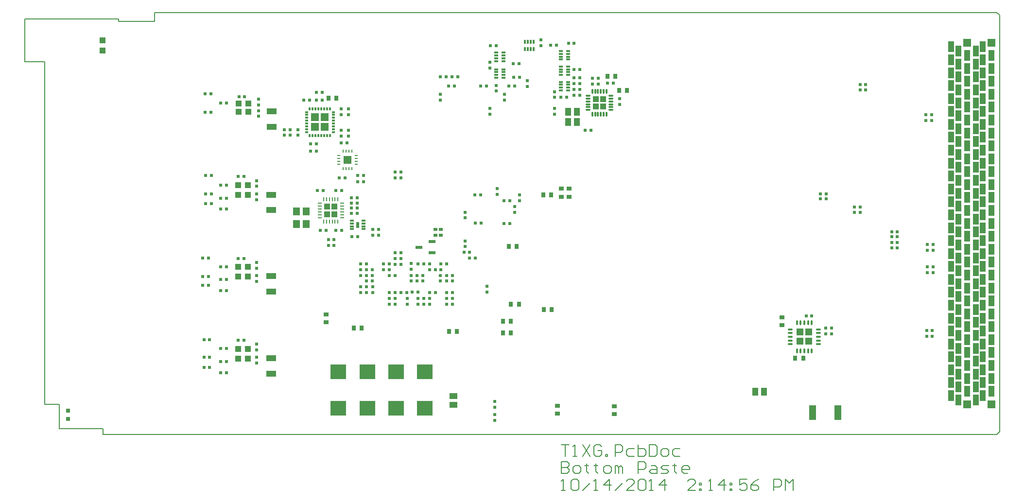
<source format=gbp>
%FSLAX44Y44*%
%MOMM*%
G71*
G01*
G75*
G04 Layer_Color=128*
%ADD10O,0.9500X0.3500*%
%ADD11O,0.3500X0.9500*%
%ADD12R,3.1500X3.1500*%
%ADD13O,0.2800X0.8500*%
%ADD14O,0.8500X0.2800*%
%ADD15R,1.7000X1.7000*%
%ADD16R,0.4000X0.7500*%
%ADD17R,0.9000X0.2000*%
%ADD18R,2.0500X2.0500*%
%ADD19R,2.0500X2.0500*%
%ADD20R,0.2000X0.9000*%
%ADD21R,0.7500X0.4000*%
%ADD22R,0.5000X1.3000*%
%ADD23R,2.0000X0.5000*%
%ADD24R,0.3500X0.9000*%
%ADD25R,1.2000X2.6000*%
%ADD26R,0.6300X0.6500*%
%ADD27R,0.9200X4.0000*%
%ADD28R,2.6700X4.0000*%
%ADD29R,0.6000X0.6000*%
%ADD30R,0.2500X0.4000*%
%ADD31O,0.6500X0.2500*%
%ADD32O,0.2500X0.6500*%
%ADD33R,0.7000X0.5000*%
%ADD34R,0.6500X0.8000*%
%ADD35R,0.8000X0.8000*%
%ADD36R,2.8500X3.3000*%
%ADD37R,3.1750X4.9530*%
%ADD38R,1.2000X1.5000*%
%ADD39R,0.9500X0.5500*%
%ADD40R,2.7940X0.7366*%
%ADD41C,0.3300*%
%ADD42R,5.2000X1.4000*%
%ADD43R,2.6000X1.1000*%
%ADD44R,1.1000X1.7000*%
%ADD45R,1.1000X1.4000*%
%ADD46R,0.6000X0.5000*%
%ADD47C,0.4500*%
%ADD48R,2.5500X2.7000*%
%ADD49R,0.6000X0.6000*%
%ADD50R,0.5000X0.6000*%
%ADD51R,1.7000X1.1000*%
%ADD52R,0.9000X0.8000*%
%ADD53R,0.8000X0.9000*%
%ADD54R,1.1000X2.6000*%
%ADD55R,1.4000X5.2000*%
%ADD56R,2.7000X2.5500*%
%ADD57R,4.9530X3.1750*%
%ADD58R,3.1500X3.1500*%
%ADD59C,0.2540*%
%ADD60C,0.1270*%
%ADD61C,0.5040*%
%ADD62C,0.5588*%
%ADD63C,0.5080*%
%ADD64C,0.2032*%
%ADD65C,0.3048*%
%ADD66C,0.1651*%
%ADD67C,0.3810*%
%ADD68C,0.1524*%
%ADD69R,0.6000X0.5000*%
%ADD70R,2.5000X0.7000*%
%ADD71R,2.3000X5.0000*%
%ADD72R,11.1000X6.2500*%
%ADD73R,2.8000X0.9000*%
%ADD74R,2.2000X2.1000*%
%ADD75R,1.2000X3.0000*%
%ADD76R,2.2000X1.8000*%
%ADD77R,5.2500X2.0000*%
%ADD78R,2.6000X2.7000*%
%ADD79R,1.6000X3.4000*%
%ADD80R,3.0000X4.3000*%
%ADD81R,1.9500X0.7500*%
%ADD82R,4.4500X1.0500*%
%ADD83R,1.0500X4.5000*%
%ADD84R,6.2000X6.0500*%
%ADD85R,1.1000X3.5000*%
%ADD86R,1.0000X1.4000*%
%ADD87R,1.6000X0.7000*%
%ADD88R,2.6500X1.5500*%
%ADD89R,2.3000X2.0500*%
%ADD90R,6.2000X5.1000*%
%ADD91R,15.8500X3.5500*%
%ADD92R,1.4000X1.3000*%
%ADD93R,1.7500X0.8000*%
%ADD94R,6.0000X4.0000*%
%ADD95R,0.6000X0.6500*%
%ADD96R,7.5500X2.8500*%
%ADD97R,1.6000X2.4500*%
%ADD98R,0.7500X1.9500*%
%ADD99R,2.5500X1.3000*%
%ADD100R,1.8500X1.5000*%
%ADD101R,2.5000X1.0000*%
%ADD102R,4.6000X1.0000*%
%ADD103R,2.4000X0.9500*%
%ADD104R,2.5000X0.7250*%
%ADD105R,1.0000X0.5000*%
%ADD106R,1.4000X0.5000*%
%ADD107R,2.3000X1.5000*%
%ADD108R,0.8500X0.8000*%
%ADD109R,0.8500X0.8000*%
%ADD110R,1.2250X0.5000*%
%ADD111R,4.0000X1.5000*%
%ADD112R,4.0000X2.0000*%
%ADD113R,1.1750X1.6750*%
%ADD114R,3.7500X1.3000*%
%ADD115R,4.3000X3.2000*%
%ADD116R,3.3000X4.1000*%
%ADD117R,4.5000X3.2000*%
%ADD118R,2.3000X1.1000*%
%ADD119R,2.1000X1.0000*%
%ADD120R,2.8000X3.4000*%
%ADD121R,2.0000X0.8000*%
%ADD122R,1.3000X3.9000*%
%ADD123R,1.9000X0.6000*%
%ADD124R,1.0000X2.7000*%
%ADD125R,2.3500X0.7000*%
%ADD126R,2.3500X1.5000*%
%ADD127R,0.8000X2.0500*%
%ADD128R,0.8000X1.9000*%
%ADD129R,1.1000X1.4500*%
%ADD130R,3.7000X2.8500*%
%ADD131R,3.3500X9.0500*%
%ADD132R,4.3500X19.5500*%
%ADD133R,2.9000X11.0000*%
%ADD134R,4.1000X4.4000*%
%ADD135R,3.0000X4.4000*%
%ADD136R,3.0000X1.9500*%
%ADD137R,0.9000X1.1000*%
%ADD138R,0.6500X0.4500*%
%ADD139R,4.8000X1.4000*%
%ADD140R,1.9500X9.7500*%
%ADD141R,1.6000X6.3000*%
%ADD142R,5.2000X3.1000*%
%ADD143R,9.3000X3.0000*%
%ADD144R,5.8000X1.6000*%
%ADD145R,0.9000X1.4000*%
%ADD146R,2.1000X3.3000*%
%ADD147R,10.7000X1.1000*%
%ADD148R,1.0000X1.2000*%
%ADD149R,10.7000X1.6000*%
%ADD150R,2.6000X6.4000*%
%ADD151R,2.0000X3.0000*%
%ADD152R,0.9000X0.9000*%
%ADD153R,4.0000X4.9000*%
%ADD154R,0.8000X3.0000*%
%ADD155R,2.3000X1.7000*%
%ADD156R,3.0000X5.4000*%
%ADD157R,0.8000X0.7000*%
%ADD158R,0.8000X0.4000*%
%ADD159R,0.8000X0.7000*%
%ADD160R,0.7000X0.4000*%
%ADD161R,2.8000X0.7000*%
%ADD162R,1.0000X0.4000*%
%ADD163R,1.6500X0.8000*%
%ADD164R,1.1500X0.5000*%
%ADD165R,1.3500X0.8000*%
%ADD166R,1.1000X0.5000*%
%ADD167R,1.5500X1.5000*%
%ADD168R,1.6000X1.5000*%
%ADD169R,0.9500X1.0500*%
%ADD170R,0.9000X0.5000*%
%ADD171R,1.5000X0.9500*%
%ADD172C,0.1500*%
%ADD173C,0.5000*%
%ADD174R,2.0000X2.0000*%
%ADD175C,0.2000*%
%ADD176C,0.1270*%
%ADD177C,0.9500*%
%ADD178C,0.6000*%
%ADD179C,0.5080*%
%ADD180C,5.0000*%
%ADD181R,4.7000X4.7000*%
%ADD182C,3.3000*%
G04:AMPARAMS|DCode=183|XSize=1mm|YSize=1mm|CornerRadius=0.25mm|HoleSize=0mm|Usage=FLASHONLY|Rotation=0.000|XOffset=0mm|YOffset=0mm|HoleType=Round|Shape=RoundedRectangle|*
%AMROUNDEDRECTD183*
21,1,1.0000,0.5000,0,0,0.0*
21,1,0.5000,1.0000,0,0,0.0*
1,1,0.5000,0.2500,-0.2500*
1,1,0.5000,-0.2500,-0.2500*
1,1,0.5000,-0.2500,0.2500*
1,1,0.5000,0.2500,0.2500*
%
%ADD183ROUNDEDRECTD183*%
%ADD184C,0.6600*%
%ADD185C,0.5588*%
%ADD186C,1.0160*%
%ADD187C,1.3970*%
%ADD188C,0.8890*%
%ADD189C,2.8000*%
%ADD190R,1.6000X0.5000*%
%ADD191R,0.5000X1.6000*%
%ADD192R,2.5000X3.3000*%
%ADD193R,10.0000X6.4000*%
%ADD194R,5.0000X3.3000*%
%ADD195R,1.4000X1.6000*%
%ADD196C,1.4580*%
%ADD197C,1.5580*%
%ADD198C,1.3580*%
%ADD199C,2.0580*%
%ADD200C,1.2080*%
%ADD201C,1.4080*%
%ADD202C,1.3480*%
%ADD203C,1.1680*%
%ADD204C,1.5240*%
%ADD205C,2.3080*%
G04:AMPARAMS|DCode=206|XSize=1.158mm|YSize=1.158mm|CornerRadius=0mm|HoleSize=0mm|Usage=FLASHONLY|Rotation=0.000|XOffset=0mm|YOffset=0mm|HoleType=Round|Shape=Relief|Width=0.254mm|Gap=0.127mm|Entries=4|*
%AMTHD206*
7,0,0,1.1580,0.9040,0.2540,45*
%
%ADD206THD206*%
%ADD207C,1.1580*%
%ADD208C,2.5080*%
%ADD209C,0.7064*%
G04:AMPARAMS|DCode=210|XSize=0.7064mm|YSize=0.7064mm|CornerRadius=0mm|HoleSize=0mm|Usage=FLASHONLY|Rotation=0.000|XOffset=0mm|YOffset=0mm|HoleType=Round|Shape=Relief|Width=0.2032mm|Gap=0.1016mm|Entries=4|*
%AMTHD210*
7,0,0,0.7064,0.5032,0.2032,45*
%
%ADD210THD210*%
G04:AMPARAMS|DCode=211|XSize=0.5588mm|YSize=0.5588mm|CornerRadius=0mm|HoleSize=0mm|Usage=FLASHONLY|Rotation=0.000|XOffset=0mm|YOffset=0mm|HoleType=Round|Shape=Relief|Width=0.2032mm|Gap=0.1016mm|Entries=4|*
%AMTHD211*
7,0,0,0.5588,0.3556,0.2032,45*
%
%ADD211THD211*%
%ADD212C,3.0080*%
%ADD213C,3.1064*%
%ADD214O,11.0064X2.0064*%
%ADD215C,2.9064*%
%ADD216C,0.8128*%
%ADD217C,0.8080*%
%ADD218R,1.6000X0.5000*%
%ADD219R,5.0000X9.7000*%
%ADD220R,5.0000X6.4000*%
%ADD221C,0.8380*%
%ADD222C,0.1778*%
%ADD223R,7.5000X9.7000*%
%ADD224R,2.5000X3.2000*%
%ADD225R,2.5000X9.7000*%
%ADD226R,7.5000X3.2000*%
%ADD227R,5.0000X6.5000*%
%ADD228R,2.5000X3.3000*%
%ADD229R,2.5000X6.4000*%
%ADD230R,10.0000X6.5000*%
%ADD231R,5.0000X3.2000*%
%ADD232R,0.7500X0.3000*%
%ADD233R,2.4500X2.4500*%
%ADD234R,1.1500X0.6000*%
%ADD235O,0.8000X0.2500*%
%ADD236O,0.2500X0.8000*%
%ADD237R,2.5500X2.5500*%
%ADD238R,0.8000X0.3000*%
%ADD239R,0.7000X1.3000*%
%ADD240R,1.0000X1.0000*%
%ADD241R,0.7000X0.7000*%
%ADD242R,1.0000X1.5000*%
%ADD243R,0.7000X0.6000*%
%ADD244R,10.0000X1.0000*%
%ADD245R,116.0000X1.0000*%
%ADD246R,3.5000X3.5000*%
%ADD247R,0.3700X0.5900*%
%ADD248R,0.5900X0.3700*%
%ADD249R,1.2000X1.4000*%
%ADD250R,1.1000X1.0000*%
%ADD251R,0.3000X0.7500*%
%ADD252R,1.4000X1.1000*%
%ADD253R,1.7000X1.7000*%
%ADD254R,3.9500X1.6500*%
%ADD255R,1.7000X1.5500*%
%ADD256R,2.3000X0.7000*%
%ADD257R,1.1000X2.5000*%
%ADD258R,2.6000X0.8000*%
%ADD259R,1.0000X0.8000*%
%ADD260R,6.2000X1.6500*%
%ADD261R,6.9500X4.5000*%
%ADD262R,1.0922X7.6454*%
%ADD263R,2.4000X3.2000*%
%ADD264R,1.4000X1.4000*%
%ADD265R,1.5000X1.7500*%
%ADD266R,18.5500X5.4500*%
%ADD267R,17.5000X4.3500*%
%ADD268R,1.4000X1.2500*%
%ADD269R,1.5000X1.5500*%
%ADD270R,2.3500X1.1500*%
%ADD271R,2.5500X2.2500*%
%ADD272R,3.3500X2.1000*%
%ADD273R,2.0000X1.4500*%
%ADD274R,2.1000X2.1000*%
%ADD275R,2.4500X1.1000*%
%ADD276R,2.4000X1.9500*%
%ADD277R,1.1000X0.6000*%
%ADD278R,0.9398X10.6426*%
%ADD279R,6.3246X1.2192*%
%ADD280R,7.1882X1.6510*%
%ADD281R,1.1000X1.0000*%
%ADD282R,0.6000X2.0000*%
%ADD283R,1.3000X0.8000*%
%ADD284R,1.8500X1.1500*%
%ADD285C,0.2500*%
%ADD286C,0.2000*%
%ADD287C,0.1016*%
%ADD288R,1.3000X1.3000*%
%ADD289R,0.7000X0.7000*%
%ADD290R,0.8200X0.8200*%
%ADD291R,0.8200X0.8200*%
%ADD292R,1.3000X1.3000*%
%ADD293R,1.4000X1.4000*%
%ADD294O,1.0516X0.4516*%
%ADD295O,0.4516X1.0516*%
%ADD296R,3.2516X3.2516*%
%ADD297O,0.3816X0.9516*%
%ADD298O,0.9516X0.3816*%
%ADD299R,1.8016X1.8016*%
%ADD300R,0.5016X0.8516*%
%ADD301R,1.0016X0.3016*%
%ADD302R,2.1516X2.1516*%
%ADD303R,2.1516X2.1516*%
%ADD304R,0.3016X1.0016*%
%ADD305R,0.8516X0.5016*%
%ADD306R,0.6016X1.4016*%
%ADD307R,2.1016X0.6016*%
%ADD308R,0.4516X1.0016*%
%ADD309R,1.3016X2.7016*%
%ADD310R,0.7316X0.7516*%
%ADD311R,1.0216X4.1016*%
%ADD312R,2.7716X4.1016*%
%ADD313R,0.7016X0.7016*%
%ADD314R,0.3516X0.5016*%
%ADD315O,0.7516X0.3516*%
%ADD316O,0.3516X0.7516*%
%ADD317R,0.8016X0.6016*%
%ADD318R,0.7516X0.9016*%
%ADD319R,0.9016X0.9016*%
%ADD320R,2.9516X3.4016*%
%ADD321R,3.2766X5.0546*%
%ADD322R,1.3016X1.6016*%
%ADD323R,1.0516X0.6516*%
%ADD324R,2.8956X0.8382*%
%ADD325C,0.4316*%
%ADD326R,5.3016X1.5016*%
%ADD327R,2.7016X1.2016*%
%ADD328R,1.2016X1.8016*%
%ADD329R,1.2016X1.5016*%
%ADD330R,0.7016X0.6016*%
%ADD331C,0.5516*%
%ADD332R,2.6516X2.8016*%
%ADD333R,0.7016X0.7016*%
%ADD334R,0.6016X0.7016*%
%ADD335R,1.8016X1.2016*%
%ADD336R,1.0016X0.9016*%
%ADD337R,0.9016X1.0016*%
%ADD338R,1.2016X2.7016*%
%ADD339R,1.5016X5.3016*%
%ADD340R,2.8016X2.6516*%
%ADD341R,5.0546X3.2766*%
%ADD342R,3.2516X3.2516*%
%ADD343C,0.6016*%
%ADD344R,2.1016X2.1016*%
%ADD345C,0.3016*%
%ADD346C,0.2286*%
%ADD347C,1.0516*%
%ADD348C,5.1016*%
%ADD349R,4.8016X4.8016*%
%ADD350C,3.4016*%
G04:AMPARAMS|DCode=351|XSize=1.1016mm|YSize=1.1016mm|CornerRadius=0.2754mm|HoleSize=0mm|Usage=FLASHONLY|Rotation=0.000|XOffset=0mm|YOffset=0mm|HoleType=Round|Shape=RoundedRectangle|*
%AMROUNDEDRECTD351*
21,1,1.1016,0.5508,0,0,0.0*
21,1,0.5508,1.1016,0,0,0.0*
1,1,0.5508,0.2754,-0.2754*
1,1,0.5508,-0.2754,-0.2754*
1,1,0.5508,-0.2754,0.2754*
1,1,0.5508,0.2754,0.2754*
%
%ADD351ROUNDEDRECTD351*%
%ADD352C,0.7616*%
%ADD353C,0.6604*%
%ADD354C,0.7016*%
%ADD355C,1.2000*%
%ADD356R,0.8516X0.4016*%
%ADD357R,2.5516X2.5516*%
%ADD358R,1.2516X0.7016*%
%ADD359O,0.9016X0.3516*%
%ADD360O,0.3516X0.9016*%
%ADD361R,2.6516X2.6516*%
%ADD362R,0.9016X0.4016*%
%ADD363R,0.8016X1.4016*%
%ADD364R,1.1016X1.1016*%
%ADD365R,0.8016X0.8016*%
%ADD366R,0.8016X0.7016*%
%ADD367R,10.1016X1.1016*%
%ADD368R,116.1016X1.1016*%
%ADD369R,3.6016X3.6016*%
%ADD370R,0.4716X0.6916*%
%ADD371R,0.6916X0.4716*%
%ADD372R,1.3016X1.5016*%
%ADD373R,1.2016X1.1016*%
%ADD374R,0.4016X0.8516*%
%ADD375R,1.5016X1.2016*%
%ADD376R,1.8016X1.8016*%
%ADD377R,1.0000X1.0000*%
%ADD378R,1.4500X1.4000*%
%ADD379R,1.0000X1.9500*%
%ADD380R,0.5000X1.1000*%
D10*
X1382250Y105000D02*
D03*
Y111500D02*
D03*
Y118000D02*
D03*
Y124500D02*
D03*
Y131000D02*
D03*
X1333750D02*
D03*
Y124500D02*
D03*
Y118000D02*
D03*
Y111500D02*
D03*
Y105000D02*
D03*
D11*
X1371000Y142250D02*
D03*
X1364500D02*
D03*
X1358000D02*
D03*
X1351500D02*
D03*
X1345000D02*
D03*
Y93750D02*
D03*
X1351500D02*
D03*
X1358000D02*
D03*
X1364500D02*
D03*
X1371000D02*
D03*
D13*
X988500Y545250D02*
D03*
X993500D02*
D03*
X998500D02*
D03*
X1003500D02*
D03*
X1008500D02*
D03*
X1013500D02*
D03*
Y505750D02*
D03*
X1008500D02*
D03*
X1003500D02*
D03*
X998500D02*
D03*
X993500D02*
D03*
X988500D02*
D03*
D14*
X981250Y513000D02*
D03*
Y518000D02*
D03*
Y523000D02*
D03*
Y528000D02*
D03*
Y533000D02*
D03*
Y538000D02*
D03*
X1020750D02*
D03*
Y533000D02*
D03*
Y528000D02*
D03*
Y523000D02*
D03*
Y518000D02*
D03*
Y513000D02*
D03*
D25*
X1372000Y-14000D02*
D03*
X1416000D02*
D03*
D29*
X324000Y509000D02*
D03*
X314000D02*
D03*
X693000Y215000D02*
D03*
X683000D02*
D03*
X693000Y225000D02*
D03*
X683000D02*
D03*
X585000D02*
D03*
X595000D02*
D03*
X585000Y235000D02*
D03*
X595000D02*
D03*
X595000Y245000D02*
D03*
X585000D02*
D03*
X310000Y255000D02*
D03*
X320000D02*
D03*
X999000Y568000D02*
D03*
X989000D02*
D03*
X989000Y558000D02*
D03*
X999000D02*
D03*
X734000Y571000D02*
D03*
X724000D02*
D03*
X845000Y315000D02*
D03*
X835000D02*
D03*
X862000Y570000D02*
D03*
X852000D02*
D03*
X785000Y316000D02*
D03*
X795000D02*
D03*
X486000Y530000D02*
D03*
X496000D02*
D03*
X325000Y399000D02*
D03*
X315000D02*
D03*
X322000Y113000D02*
D03*
X312000D02*
D03*
X324000Y541000D02*
D03*
X314000D02*
D03*
X325000Y350000D02*
D03*
X315000D02*
D03*
X320000Y208000D02*
D03*
X310000D02*
D03*
X322000Y65000D02*
D03*
X312000D02*
D03*
X351000Y382000D02*
D03*
X341000D02*
D03*
X351000Y240000D02*
D03*
X341000D02*
D03*
X655000Y195000D02*
D03*
X665000D02*
D03*
X351000Y98000D02*
D03*
X341000D02*
D03*
X745000Y175000D02*
D03*
X735000D02*
D03*
X351000Y525000D02*
D03*
X341000D02*
D03*
X735000Y185000D02*
D03*
X745000D02*
D03*
X605000Y215000D02*
D03*
X595000D02*
D03*
Y205000D02*
D03*
X585000D02*
D03*
X595000Y195000D02*
D03*
X585000D02*
D03*
X745000Y225000D02*
D03*
X735000D02*
D03*
X735000Y215000D02*
D03*
X745000D02*
D03*
X735000Y195000D02*
D03*
X745000D02*
D03*
X735000Y245000D02*
D03*
X725000D02*
D03*
X715000Y235000D02*
D03*
X725000D02*
D03*
X695000Y245000D02*
D03*
X685000D02*
D03*
X775000Y265000D02*
D03*
X765000D02*
D03*
X1395000Y123000D02*
D03*
X1405000D02*
D03*
X1395000Y133000D02*
D03*
X1405000D02*
D03*
X1015000Y560000D02*
D03*
X1025000D02*
D03*
X967000Y569000D02*
D03*
X957000D02*
D03*
X341000Y359000D02*
D03*
X351000D02*
D03*
X341000Y218000D02*
D03*
X351000D02*
D03*
X341000Y75000D02*
D03*
X351000D02*
D03*
X341000Y341000D02*
D03*
X351000D02*
D03*
X341000Y198000D02*
D03*
X351000D02*
D03*
X341000Y55000D02*
D03*
X351000D02*
D03*
X325000Y367000D02*
D03*
X315000D02*
D03*
X320000Y223000D02*
D03*
X310000D02*
D03*
X322000Y82000D02*
D03*
X312000D02*
D03*
D31*
X577250Y433500D02*
D03*
Y428500D02*
D03*
Y423500D02*
D03*
Y418500D02*
D03*
X546750D02*
D03*
Y423500D02*
D03*
Y428500D02*
D03*
Y433500D02*
D03*
D32*
X569500Y410750D02*
D03*
X564500D02*
D03*
X559500D02*
D03*
X554500D02*
D03*
Y441250D02*
D03*
X559500D02*
D03*
X564500D02*
D03*
X569500D02*
D03*
D45*
X1272500Y22500D02*
D03*
X1287500D02*
D03*
X946500Y492000D02*
D03*
X961500D02*
D03*
X946500Y510000D02*
D03*
X961500D02*
D03*
D46*
X861000Y594000D02*
D03*
X851000D02*
D03*
X804000Y555000D02*
D03*
X794000D02*
D03*
X754000Y571000D02*
D03*
X744000D02*
D03*
X947000Y629000D02*
D03*
X957000D02*
D03*
Y584000D02*
D03*
X967000D02*
D03*
X944000Y535000D02*
D03*
X934000D02*
D03*
X821000Y625000D02*
D03*
X811000D02*
D03*
X784000Y365000D02*
D03*
X794000D02*
D03*
X372000Y112000D02*
D03*
X382000D02*
D03*
X372000Y254500D02*
D03*
X382000D02*
D03*
X372000Y397000D02*
D03*
X382000D02*
D03*
X373000Y536000D02*
D03*
X383000D02*
D03*
X1455000Y557000D02*
D03*
X1465000D02*
D03*
X1455000Y548000D02*
D03*
X1465000D02*
D03*
X1570000Y505000D02*
D03*
X1580000D02*
D03*
X1570000Y495000D02*
D03*
X1580000D02*
D03*
X1386000Y367000D02*
D03*
X1396000D02*
D03*
X1386000Y358000D02*
D03*
X1396000D02*
D03*
X590000Y388000D02*
D03*
X580000D02*
D03*
X590000Y399000D02*
D03*
X580000D02*
D03*
X579000Y351000D02*
D03*
X569000D02*
D03*
X579000Y360000D02*
D03*
X569000D02*
D03*
X1445000Y344000D02*
D03*
X1455000D02*
D03*
X1445000Y335000D02*
D03*
X1455000D02*
D03*
X1510000Y301000D02*
D03*
X1520000D02*
D03*
X1510000Y292000D02*
D03*
X1520000D02*
D03*
X1510000Y282000D02*
D03*
X1520000D02*
D03*
X1510000Y273000D02*
D03*
X1520000D02*
D03*
X655000Y395000D02*
D03*
X645000D02*
D03*
X655000Y405000D02*
D03*
X645000D02*
D03*
X1572000Y279000D02*
D03*
X1582000D02*
D03*
X1572000Y269000D02*
D03*
X1582000D02*
D03*
X1572000Y230000D02*
D03*
X1582000D02*
D03*
X1572000Y240000D02*
D03*
X1582000D02*
D03*
X1571000Y129000D02*
D03*
X1581000D02*
D03*
X1571000Y119000D02*
D03*
X1581000D02*
D03*
X616000Y295000D02*
D03*
X606000D02*
D03*
X616000Y305000D02*
D03*
X606000D02*
D03*
X580000Y292000D02*
D03*
X570000D02*
D03*
X510000Y373000D02*
D03*
X520000D02*
D03*
X552000Y373000D02*
D03*
X542000D02*
D03*
X579000Y333000D02*
D03*
X569000D02*
D03*
X579000Y342000D02*
D03*
X569000D02*
D03*
X525000Y303000D02*
D03*
X515000D02*
D03*
X552000Y303000D02*
D03*
X542000D02*
D03*
X748000Y555000D02*
D03*
X738000D02*
D03*
X853000D02*
D03*
X843000D02*
D03*
X916000Y626000D02*
D03*
X926000D02*
D03*
X835000Y355000D02*
D03*
X845000D02*
D03*
X551000Y456000D02*
D03*
X561000D02*
D03*
X548000Y395000D02*
D03*
X558000D02*
D03*
X498000Y454000D02*
D03*
X508000D02*
D03*
X508000Y544000D02*
D03*
X518000D02*
D03*
X508000Y530000D02*
D03*
X518000D02*
D03*
X498000Y441000D02*
D03*
X508000D02*
D03*
X635000Y195000D02*
D03*
X645000D02*
D03*
X715000Y195000D02*
D03*
X705000D02*
D03*
X685000Y196000D02*
D03*
X675000D02*
D03*
X785000Y255000D02*
D03*
X775000D02*
D03*
X635000Y225000D02*
D03*
X645000D02*
D03*
Y244000D02*
D03*
X655000D02*
D03*
X976000Y478000D02*
D03*
X986000D02*
D03*
X1361000Y154000D02*
D03*
X1371000D02*
D03*
X967000Y539000D02*
D03*
X957000D02*
D03*
X967000Y549000D02*
D03*
X957000D02*
D03*
X967000Y559000D02*
D03*
X957000D02*
D03*
D49*
X673000Y246000D02*
D03*
Y236000D02*
D03*
X645000Y264000D02*
D03*
Y254000D02*
D03*
X655000Y264000D02*
D03*
Y254000D02*
D03*
X625000Y245000D02*
D03*
Y235000D02*
D03*
X635000Y245000D02*
D03*
Y235000D02*
D03*
X875000Y554000D02*
D03*
Y564000D02*
D03*
X853000Y345000D02*
D03*
Y335000D02*
D03*
X862000Y355000D02*
D03*
Y365000D02*
D03*
X805000Y196000D02*
D03*
Y206000D02*
D03*
X767000Y335000D02*
D03*
Y325000D02*
D03*
X823000Y366000D02*
D03*
Y376000D02*
D03*
X635000Y175000D02*
D03*
Y185000D02*
D03*
X645000Y185000D02*
D03*
Y175000D02*
D03*
X705000Y185000D02*
D03*
Y175000D02*
D03*
X695000Y175000D02*
D03*
Y185000D02*
D03*
X685000Y185000D02*
D03*
Y175000D02*
D03*
X666000Y185000D02*
D03*
Y175000D02*
D03*
X1036000Y523000D02*
D03*
Y533000D02*
D03*
X818500Y-4500D02*
D03*
Y5500D02*
D03*
Y-17500D02*
D03*
Y-27500D02*
D03*
D50*
X923000Y545000D02*
D03*
Y535000D02*
D03*
X899000Y635000D02*
D03*
Y625000D02*
D03*
X821000Y556000D02*
D03*
Y546000D02*
D03*
X605000Y225000D02*
D03*
Y235000D02*
D03*
X404000Y95000D02*
D03*
Y105000D02*
D03*
Y237500D02*
D03*
Y247500D02*
D03*
Y380000D02*
D03*
Y390000D02*
D03*
X407000Y512000D02*
D03*
Y502000D02*
D03*
X404000Y82000D02*
D03*
Y72000D02*
D03*
Y224500D02*
D03*
Y214500D02*
D03*
Y367000D02*
D03*
Y357000D02*
D03*
X407000Y522000D02*
D03*
Y532000D02*
D03*
X529000Y277000D02*
D03*
Y287000D02*
D03*
X538000Y277000D02*
D03*
Y287000D02*
D03*
X724000Y540000D02*
D03*
Y530000D02*
D03*
X810000Y516000D02*
D03*
Y506000D02*
D03*
X836000Y540000D02*
D03*
Y530000D02*
D03*
X923000Y516000D02*
D03*
Y506000D02*
D03*
X810000Y596000D02*
D03*
Y586000D02*
D03*
X452000Y479000D02*
D03*
Y469000D02*
D03*
X564000Y468000D02*
D03*
Y478000D02*
D03*
X551000Y468000D02*
D03*
Y478000D02*
D03*
X476000Y479000D02*
D03*
Y469000D02*
D03*
X551000Y505000D02*
D03*
Y515000D02*
D03*
X462000Y479000D02*
D03*
Y469000D02*
D03*
X564000Y505000D02*
D03*
Y515000D02*
D03*
X606000Y205000D02*
D03*
Y195000D02*
D03*
X724000Y225000D02*
D03*
Y215000D02*
D03*
X705000Y235000D02*
D03*
Y245000D02*
D03*
X767000Y275000D02*
D03*
Y285000D02*
D03*
X673000Y225000D02*
D03*
Y215000D02*
D03*
D51*
X430000Y510500D02*
D03*
Y483500D02*
D03*
X429000Y80500D02*
D03*
Y53500D02*
D03*
Y223500D02*
D03*
Y196500D02*
D03*
Y365500D02*
D03*
Y338500D02*
D03*
D52*
X1319000Y138000D02*
D03*
Y152000D02*
D03*
X1027000Y-17000D02*
D03*
Y-3000D02*
D03*
X928000Y-16000D02*
D03*
Y-2000D02*
D03*
X525000Y157000D02*
D03*
Y143000D02*
D03*
X948000Y376000D02*
D03*
Y362000D02*
D03*
X935000Y376000D02*
D03*
Y362000D02*
D03*
D53*
X573000Y133000D02*
D03*
X587000D02*
D03*
X1356000Y81000D02*
D03*
X1342000D02*
D03*
X543000Y534000D02*
D03*
X529000D02*
D03*
X1015000Y572000D02*
D03*
X1029000D02*
D03*
X1035000Y547000D02*
D03*
X1049000D02*
D03*
X739000Y127000D02*
D03*
X753000D02*
D03*
X918000Y165000D02*
D03*
X904000D02*
D03*
X843000Y275000D02*
D03*
X857000D02*
D03*
X833000Y145000D02*
D03*
X847000D02*
D03*
X833000Y125000D02*
D03*
X847000D02*
D03*
Y175000D02*
D03*
X861000D02*
D03*
X903000Y365000D02*
D03*
X917000D02*
D03*
D56*
X546000Y57000D02*
D03*
Y-6500D02*
D03*
X697000Y57000D02*
D03*
Y-6500D02*
D03*
X647000Y57000D02*
D03*
Y-6500D02*
D03*
X597000Y57000D02*
D03*
Y-6500D02*
D03*
D68*
X935000Y-100006D02*
Y-120000D01*
X944997D01*
X948329Y-116668D01*
Y-113336D01*
X944997Y-110003D01*
X935000D01*
X944997D01*
X948329Y-106671D01*
Y-103339D01*
X944997Y-100006D01*
X935000D01*
X958326Y-120000D02*
X964990D01*
X968323Y-116668D01*
Y-110003D01*
X964990Y-106671D01*
X958326D01*
X954994Y-110003D01*
Y-116668D01*
X958326Y-120000D01*
X978319Y-103339D02*
Y-106671D01*
X974987D01*
X981652D01*
X978319D01*
Y-116668D01*
X981652Y-120000D01*
X994981Y-103339D02*
Y-106671D01*
X991648D01*
X998313D01*
X994981D01*
Y-116668D01*
X998313Y-120000D01*
X1011642D02*
X1018307D01*
X1021639Y-116668D01*
Y-110003D01*
X1018307Y-106671D01*
X1011642D01*
X1008310Y-110003D01*
Y-116668D01*
X1011642Y-120000D01*
X1028303D02*
Y-106671D01*
X1031636D01*
X1034968Y-110003D01*
Y-120000D01*
Y-110003D01*
X1038300Y-106671D01*
X1041632Y-110003D01*
Y-120000D01*
X1068290D02*
Y-100006D01*
X1078287D01*
X1081619Y-103339D01*
Y-110003D01*
X1078287Y-113336D01*
X1068290D01*
X1091616Y-106671D02*
X1098281D01*
X1101613Y-110003D01*
Y-120000D01*
X1091616D01*
X1088284Y-116668D01*
X1091616Y-113336D01*
X1101613D01*
X1108278Y-120000D02*
X1118274D01*
X1121607Y-116668D01*
X1118274Y-113336D01*
X1111610D01*
X1108278Y-110003D01*
X1111610Y-106671D01*
X1121607D01*
X1131603Y-103339D02*
Y-106671D01*
X1128271D01*
X1134936D01*
X1131603D01*
Y-116668D01*
X1134936Y-120000D01*
X1154929D02*
X1148265D01*
X1144932Y-116668D01*
Y-110003D01*
X1148265Y-106671D01*
X1154929D01*
X1158261Y-110003D01*
Y-113336D01*
X1144932D01*
X1168329Y-150000D02*
X1155000D01*
X1168329Y-136671D01*
Y-133339D01*
X1164997Y-130006D01*
X1158332D01*
X1155000Y-133339D01*
X1174994Y-136671D02*
X1178326D01*
Y-140003D01*
X1174994D01*
Y-136671D01*
Y-146668D02*
X1178326D01*
Y-150000D01*
X1174994D01*
Y-146668D01*
X1191655Y-150000D02*
X1198319D01*
X1194987D01*
Y-130006D01*
X1191655Y-133339D01*
X1218313Y-150000D02*
Y-130006D01*
X1208316Y-140003D01*
X1221645D01*
X1228310Y-136671D02*
X1231642D01*
Y-140003D01*
X1228310D01*
Y-136671D01*
Y-146668D02*
X1231642D01*
Y-150000D01*
X1228310D01*
Y-146668D01*
X1258300Y-130006D02*
X1244971D01*
Y-140003D01*
X1251636Y-136671D01*
X1254968D01*
X1258300Y-140003D01*
Y-146668D01*
X1254968Y-150000D01*
X1248303D01*
X1244971Y-146668D01*
X1278294Y-130006D02*
X1271629Y-133339D01*
X1264965Y-140003D01*
Y-146668D01*
X1268297Y-150000D01*
X1274961D01*
X1278294Y-146668D01*
Y-143336D01*
X1274961Y-140003D01*
X1264965D01*
X1304952Y-150000D02*
Y-130006D01*
X1314948D01*
X1318281Y-133339D01*
Y-140003D01*
X1314948Y-143336D01*
X1304952D01*
X1324945Y-150000D02*
Y-130006D01*
X1331610Y-136671D01*
X1338274Y-130006D01*
Y-150000D01*
X935000D02*
X941665D01*
X938332D01*
Y-130006D01*
X935000Y-133339D01*
X951661D02*
X954994Y-130006D01*
X961658D01*
X964990Y-133339D01*
Y-146668D01*
X961658Y-150000D01*
X954994D01*
X951661Y-146668D01*
Y-133339D01*
X971655Y-150000D02*
X984984Y-136671D01*
X991648Y-150000D02*
X998313D01*
X994981D01*
Y-130006D01*
X991648Y-133339D01*
X1018307Y-150000D02*
Y-130006D01*
X1008310Y-140003D01*
X1021639D01*
X1028303Y-150000D02*
X1041632Y-136671D01*
X1061626Y-150000D02*
X1048297D01*
X1061626Y-136671D01*
Y-133339D01*
X1058294Y-130006D01*
X1051629D01*
X1048297Y-133339D01*
X1068290D02*
X1071623Y-130006D01*
X1078287D01*
X1081619Y-133339D01*
Y-146668D01*
X1078287Y-150000D01*
X1071623D01*
X1068290Y-146668D01*
Y-133339D01*
X1088284Y-150000D02*
X1094948D01*
X1091616D01*
Y-130006D01*
X1088284Y-133339D01*
X1114942Y-150000D02*
Y-130006D01*
X1104945Y-140003D01*
X1118274D01*
X935000Y-70006D02*
X948329D01*
X941665D01*
Y-90000D01*
X954994D02*
X961658D01*
X958326D01*
Y-70006D01*
X954994Y-73339D01*
X971655Y-70006D02*
X984984Y-90000D01*
Y-70006D02*
X971655Y-90000D01*
X1004977Y-73339D02*
X1001645Y-70006D01*
X994981D01*
X991648Y-73339D01*
Y-86668D01*
X994981Y-90000D01*
X1001645D01*
X1004977Y-86668D01*
Y-80003D01*
X998313D01*
X1011642Y-90000D02*
Y-86668D01*
X1014974D01*
Y-90000D01*
X1011642D01*
X1028303D02*
Y-70006D01*
X1038300D01*
X1041632Y-73339D01*
Y-80003D01*
X1038300Y-83336D01*
X1028303D01*
X1061626Y-76671D02*
X1051629D01*
X1048297Y-80003D01*
Y-86668D01*
X1051629Y-90000D01*
X1061626D01*
X1068290Y-70006D02*
Y-90000D01*
X1078287D01*
X1081619Y-86668D01*
Y-83336D01*
Y-80003D01*
X1078287Y-76671D01*
X1068290D01*
X1088284Y-70006D02*
Y-90000D01*
X1098281D01*
X1101613Y-86668D01*
Y-73339D01*
X1098281Y-70006D01*
X1088284D01*
X1111610Y-90000D02*
X1118274D01*
X1121607Y-86668D01*
Y-80003D01*
X1118274Y-76671D01*
X1111610D01*
X1108278Y-80003D01*
Y-86668D01*
X1111610Y-90000D01*
X1141600Y-76671D02*
X1131603D01*
X1128271Y-80003D01*
Y-86668D01*
X1131603Y-90000D01*
X1141600D01*
D172*
X0Y597000D02*
Y672000D01*
X163000D01*
Y667000D02*
Y672000D01*
Y667000D02*
X226000D01*
Y683000D01*
X1693000D01*
X136000Y-52000D02*
X1693000D01*
X136000D02*
Y-42000D01*
X60000D02*
X136000D01*
X60000D02*
Y0D01*
X35000D02*
X60000D01*
X0Y597000D02*
X35000D01*
Y0D02*
Y597000D01*
X1693000Y683000D02*
X1698000Y678000D01*
X1693000Y-52000D02*
X1698000Y-47000D01*
Y678000D01*
D232*
X834000Y613000D02*
D03*
Y608000D02*
D03*
Y603000D02*
D03*
Y598000D02*
D03*
X821500D02*
D03*
Y603000D02*
D03*
Y608000D02*
D03*
Y613000D02*
D03*
X934000Y547000D02*
D03*
Y552000D02*
D03*
Y557000D02*
D03*
Y562000D02*
D03*
X946500D02*
D03*
Y557000D02*
D03*
Y552000D02*
D03*
Y547000D02*
D03*
X934000Y601000D02*
D03*
Y606000D02*
D03*
Y611000D02*
D03*
Y616000D02*
D03*
X946500D02*
D03*
Y611000D02*
D03*
Y606000D02*
D03*
Y601000D02*
D03*
X934000Y574000D02*
D03*
Y579000D02*
D03*
Y584000D02*
D03*
Y589000D02*
D03*
X946500D02*
D03*
Y584000D02*
D03*
Y579000D02*
D03*
Y574000D02*
D03*
X834000Y584000D02*
D03*
Y579000D02*
D03*
Y574000D02*
D03*
Y569000D02*
D03*
X821500D02*
D03*
Y574000D02*
D03*
Y579000D02*
D03*
Y584000D02*
D03*
D234*
X686750Y274000D02*
D03*
X709250Y264500D02*
D03*
Y283500D02*
D03*
D235*
X513500Y325500D02*
D03*
Y330500D02*
D03*
Y335500D02*
D03*
Y340500D02*
D03*
Y345500D02*
D03*
Y350500D02*
D03*
X552500D02*
D03*
Y345500D02*
D03*
Y340500D02*
D03*
Y335500D02*
D03*
Y330500D02*
D03*
Y325500D02*
D03*
D236*
X520500Y357500D02*
D03*
X525500D02*
D03*
X530500D02*
D03*
X535500D02*
D03*
X540500D02*
D03*
X545500D02*
D03*
Y318500D02*
D03*
X540500D02*
D03*
X535500D02*
D03*
X530500D02*
D03*
X525500D02*
D03*
X520500D02*
D03*
D238*
X570000Y305500D02*
D03*
Y310500D02*
D03*
Y315500D02*
D03*
Y320500D02*
D03*
X590000D02*
D03*
Y315500D02*
D03*
Y310500D02*
D03*
Y305500D02*
D03*
D240*
X135000Y616500D02*
D03*
Y634500D02*
D03*
D241*
X75000Y-24800D02*
D03*
Y-10800D02*
D03*
D243*
X715500Y295000D02*
D03*
X724500D02*
D03*
X715500Y305000D02*
D03*
X724500D02*
D03*
D247*
X496500Y468700D02*
D03*
X501500D02*
D03*
X506500D02*
D03*
X511500D02*
D03*
X516500D02*
D03*
X521500D02*
D03*
X526500D02*
D03*
X531500D02*
D03*
Y515300D02*
D03*
X526500D02*
D03*
X521500D02*
D03*
X516500D02*
D03*
X511500D02*
D03*
X506500D02*
D03*
X501500D02*
D03*
X496500D02*
D03*
D248*
X537300Y474500D02*
D03*
Y479500D02*
D03*
Y484500D02*
D03*
Y489500D02*
D03*
Y494500D02*
D03*
Y499500D02*
D03*
Y504500D02*
D03*
Y509500D02*
D03*
X490700D02*
D03*
Y504500D02*
D03*
Y499500D02*
D03*
Y494500D02*
D03*
Y489500D02*
D03*
Y484500D02*
D03*
Y479500D02*
D03*
Y474500D02*
D03*
D249*
X490000Y314000D02*
D03*
Y336000D02*
D03*
X473000D02*
D03*
Y314000D02*
D03*
D250*
X372500Y524000D02*
D03*
X389500D02*
D03*
X388500Y97000D02*
D03*
X371500D02*
D03*
X388500Y239500D02*
D03*
X371500D02*
D03*
X388500Y382000D02*
D03*
X371500D02*
D03*
X389500Y510000D02*
D03*
X372500D02*
D03*
X388500Y80000D02*
D03*
X371500D02*
D03*
X388500Y223000D02*
D03*
X371500D02*
D03*
X388500Y365000D02*
D03*
X371500D02*
D03*
D251*
X886000Y619000D02*
D03*
X881000D02*
D03*
X876000D02*
D03*
X871000D02*
D03*
Y631500D02*
D03*
X876000D02*
D03*
X881000D02*
D03*
X886000D02*
D03*
D252*
X747000Y-500D02*
D03*
Y14500D02*
D03*
D264*
X522499Y500499D02*
D03*
X505501D02*
D03*
Y483501D02*
D03*
X522499D02*
D03*
X562000Y426000D02*
D03*
D292*
X1350001Y126000D02*
D03*
X1350001Y110000D02*
D03*
X1365999Y125999D02*
D03*
X1365999Y110000D02*
D03*
D377*
X1007500Y531999D02*
D03*
X994501D02*
D03*
X1007500Y519001D02*
D03*
X994501D02*
D03*
X526501Y344499D02*
D03*
X539500D02*
D03*
Y331501D02*
D03*
X526501D02*
D03*
D378*
X1641750Y630497D02*
D03*
X1684250Y630497D02*
D03*
Y497D02*
D03*
X1641750D02*
D03*
D379*
X1669000Y398000D02*
D03*
X1684000Y405500D02*
D03*
Y608000D02*
D03*
Y585500D02*
D03*
Y563000D02*
D03*
Y540500D02*
D03*
Y518000D02*
D03*
Y495500D02*
D03*
Y473000D02*
D03*
Y450500D02*
D03*
Y428000D02*
D03*
Y383000D02*
D03*
Y360500D02*
D03*
Y338000D02*
D03*
Y315500D02*
D03*
Y293000D02*
D03*
Y270500D02*
D03*
Y248000D02*
D03*
Y225500D02*
D03*
Y203000D02*
D03*
Y180500D02*
D03*
Y158000D02*
D03*
Y135500D02*
D03*
Y113000D02*
D03*
Y90500D02*
D03*
Y68000D02*
D03*
Y45500D02*
D03*
Y23000D02*
D03*
X1669000Y623000D02*
D03*
Y600500D02*
D03*
Y578000D02*
D03*
Y555500D02*
D03*
Y533000D02*
D03*
Y510500D02*
D03*
Y488000D02*
D03*
Y465500D02*
D03*
Y443000D02*
D03*
Y420500D02*
D03*
Y375500D02*
D03*
Y353000D02*
D03*
Y330500D02*
D03*
Y308000D02*
D03*
Y285500D02*
D03*
Y263000D02*
D03*
Y240500D02*
D03*
Y218000D02*
D03*
Y195500D02*
D03*
Y173000D02*
D03*
Y150500D02*
D03*
Y128000D02*
D03*
Y105500D02*
D03*
Y83000D02*
D03*
Y60500D02*
D03*
Y38000D02*
D03*
Y15500D02*
D03*
X1656500Y390750D02*
D03*
Y615500D02*
D03*
Y593000D02*
D03*
Y570500D02*
D03*
Y548000D02*
D03*
Y525500D02*
D03*
Y503000D02*
D03*
Y480500D02*
D03*
Y458000D02*
D03*
Y435500D02*
D03*
Y413000D02*
D03*
Y368000D02*
D03*
Y345500D02*
D03*
Y323000D02*
D03*
Y300500D02*
D03*
Y278000D02*
D03*
Y255500D02*
D03*
Y233000D02*
D03*
Y210500D02*
D03*
Y188000D02*
D03*
Y165500D02*
D03*
Y143000D02*
D03*
Y120500D02*
D03*
Y98000D02*
D03*
Y75500D02*
D03*
Y53000D02*
D03*
Y30500D02*
D03*
X1656500Y8000D02*
D03*
X1641500Y405750D02*
D03*
X1614000Y623000D02*
D03*
Y600500D02*
D03*
Y578000D02*
D03*
Y555500D02*
D03*
Y533000D02*
D03*
Y510500D02*
D03*
Y488000D02*
D03*
Y465500D02*
D03*
Y443000D02*
D03*
Y420500D02*
D03*
Y375500D02*
D03*
Y353000D02*
D03*
Y330500D02*
D03*
Y308000D02*
D03*
Y285500D02*
D03*
Y263000D02*
D03*
Y240500D02*
D03*
Y218000D02*
D03*
Y195500D02*
D03*
Y173000D02*
D03*
Y150500D02*
D03*
Y128000D02*
D03*
Y105500D02*
D03*
Y83000D02*
D03*
Y60500D02*
D03*
Y38000D02*
D03*
Y15500D02*
D03*
X1614000Y398250D02*
D03*
X1626500Y615500D02*
D03*
Y593000D02*
D03*
Y570500D02*
D03*
Y548000D02*
D03*
Y525500D02*
D03*
Y503000D02*
D03*
Y480500D02*
D03*
Y458000D02*
D03*
Y435500D02*
D03*
Y413000D02*
D03*
Y368000D02*
D03*
Y345500D02*
D03*
Y323000D02*
D03*
Y300500D02*
D03*
Y278000D02*
D03*
Y255500D02*
D03*
Y233000D02*
D03*
Y210500D02*
D03*
Y188000D02*
D03*
Y165500D02*
D03*
Y143000D02*
D03*
Y120500D02*
D03*
Y98000D02*
D03*
Y75500D02*
D03*
Y53000D02*
D03*
Y30500D02*
D03*
X1626500Y8000D02*
D03*
X1626500Y390750D02*
D03*
X1641500Y23000D02*
D03*
Y45500D02*
D03*
Y68000D02*
D03*
Y90500D02*
D03*
Y113000D02*
D03*
Y135500D02*
D03*
Y158000D02*
D03*
Y180500D02*
D03*
Y203000D02*
D03*
Y225500D02*
D03*
Y248000D02*
D03*
Y270500D02*
D03*
Y293000D02*
D03*
Y315500D02*
D03*
Y338000D02*
D03*
Y360500D02*
D03*
Y383000D02*
D03*
Y428000D02*
D03*
Y450500D02*
D03*
Y473000D02*
D03*
Y495500D02*
D03*
Y518000D02*
D03*
Y540500D02*
D03*
Y563000D02*
D03*
Y585500D02*
D03*
Y608000D02*
D03*
D380*
X580000Y313000D02*
D03*
M02*

</source>
